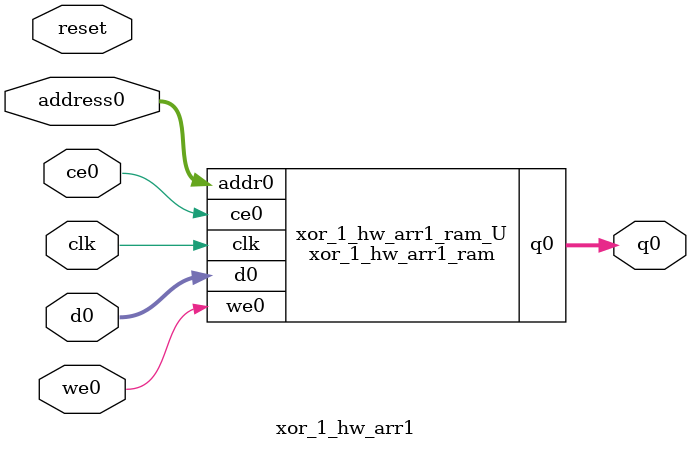
<source format=v>
`timescale 1 ns / 1 ps
module xor_1_hw_arr1_ram (addr0, ce0, d0, we0, q0,  clk);

parameter DWIDTH = 8;
parameter AWIDTH = 3;
parameter MEM_SIZE = 8;

input[AWIDTH-1:0] addr0;
input ce0;
input[DWIDTH-1:0] d0;
input we0;
output reg[DWIDTH-1:0] q0;
input clk;

(* ram_style = "distributed" *)reg [DWIDTH-1:0] ram[0:MEM_SIZE-1];




always @(posedge clk)  
begin 
    if (ce0) 
    begin
        if (we0) 
        begin 
            ram[addr0] <= d0; 
        end 
        q0 <= ram[addr0];
    end
end


endmodule

`timescale 1 ns / 1 ps
module xor_1_hw_arr1(
    reset,
    clk,
    address0,
    ce0,
    we0,
    d0,
    q0);

parameter DataWidth = 32'd8;
parameter AddressRange = 32'd8;
parameter AddressWidth = 32'd3;
input reset;
input clk;
input[AddressWidth - 1:0] address0;
input ce0;
input we0;
input[DataWidth - 1:0] d0;
output[DataWidth - 1:0] q0;



xor_1_hw_arr1_ram xor_1_hw_arr1_ram_U(
    .clk( clk ),
    .addr0( address0 ),
    .ce0( ce0 ),
    .we0( we0 ),
    .d0( d0 ),
    .q0( q0 ));

endmodule


</source>
